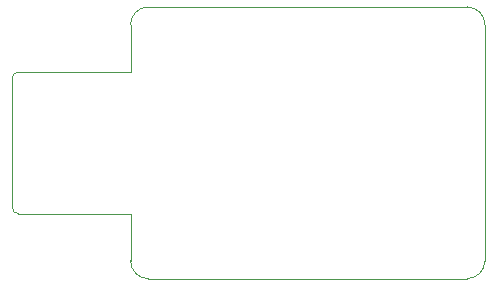
<source format=gbr>
%TF.GenerationSoftware,KiCad,Pcbnew,6.0.2-378541a8eb~116~ubuntu20.04.1*%
%TF.CreationDate,2022-02-22T12:30:53+00:00*%
%TF.ProjectId,Programmer-SWD-D11C,50726f67-7261-46d6-9d65-722d5357442d,rev?*%
%TF.SameCoordinates,Original*%
%TF.FileFunction,Profile,NP*%
%FSLAX46Y46*%
G04 Gerber Fmt 4.6, Leading zero omitted, Abs format (unit mm)*
G04 Created by KiCad (PCBNEW 6.0.2-378541a8eb~116~ubuntu20.04.1) date 2022-02-22 12:30:53*
%MOMM*%
%LPD*%
G01*
G04 APERTURE LIST*
%TA.AperFunction,Profile*%
%ADD10C,0.100000*%
%TD*%
G04 APERTURE END LIST*
D10*
X45002079Y23635387D02*
G75*
G03*
X43502079Y25135387I-1500001J-1D01*
G01*
X45002079Y3635387D02*
X45002079Y23635387D01*
X16502079Y2135387D02*
X43502079Y2135387D01*
X15002079Y19635387D02*
X5502079Y19635387D01*
X15002079Y23635387D02*
X15002079Y19635387D01*
X16502079Y25135387D02*
G75*
G03*
X15002079Y23635387I1J-1500001D01*
G01*
X15002079Y3635387D02*
G75*
G03*
X16502079Y2135387I1500001J1D01*
G01*
X5502079Y19635387D02*
G75*
G03*
X5002079Y19135387I1J-500001D01*
G01*
X43502079Y2135387D02*
G75*
G03*
X45002079Y3635387I-1J1500001D01*
G01*
X5002079Y19135387D02*
X5002079Y8135387D01*
X43502079Y25135387D02*
X16502079Y25135387D01*
X5002079Y8135387D02*
G75*
G03*
X5502079Y7635387I500001J1D01*
G01*
X5502079Y7635387D02*
X15002079Y7635387D01*
X15002079Y7635387D02*
X15002079Y3635387D01*
M02*

</source>
